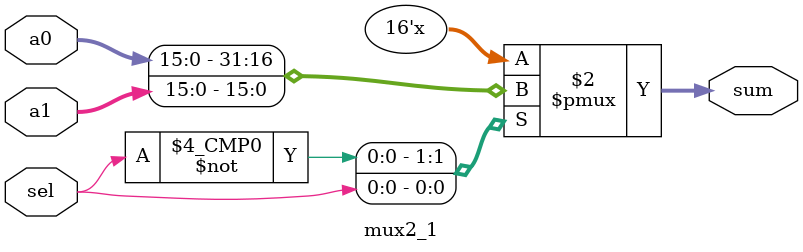
<source format=v>
module top_module(
    input [31:0] a,
    input [31:0] b,
    output [31:0] sum
);
  wire [15:0]w0, w1;
  wire cout;

  add16 ins1 (.a(a[15:0]), .b(b[15:0]), .cin(0), .sum(sum[15:0]), .cout(cout));
  add16 ins2 (.a(a[31:16]), .b(b[31:16]), .cin(0), .sum(w0) );
  add16 ins3 (.a(a[31:16]), .b(b[31:16]), .cin(1), .sum(w1) );
  mux2_1 mux_m1(.sel(cout), .a0(w0), .a1(w1), .sum(sum[31:16]));


endmodule


module mux2_1 (
  input sel,
  input [15:0]a0, a1,
  output [15:0] sum
);
  always @(*) begin
    case (sel)
      0:sum = a0; 
      1:sum = a1; 
      default: sum = 'd0;
    endcase
  end
endmodule
</source>
